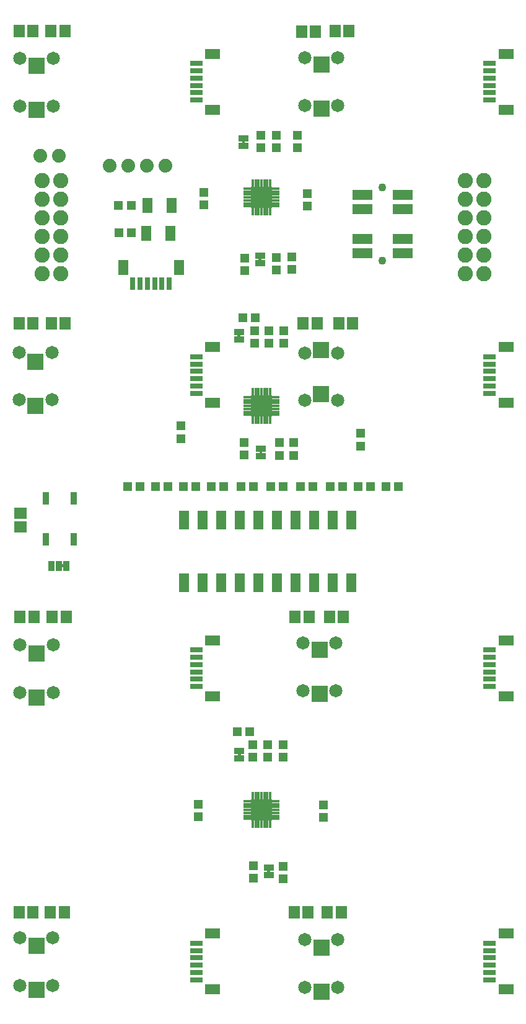
<source format=gts>
G04 EAGLE Gerber RS-274X export*
G75*
%MOMM*%
%FSLAX34Y34*%
%LPD*%
%INTop Soldermask*%
%IPPOS*%
%AMOC8*
5,1,8,0,0,1.08239X$1,22.5*%
G01*
%ADD10R,1.753200X0.803200*%
%ADD11R,2.003200X1.403200*%
%ADD12R,2.203200X2.203200*%
%ADD13R,1.503200X1.803200*%
%ADD14R,1.333200X2.643200*%
%ADD15R,1.053200X0.403200*%
%ADD16R,0.403200X1.053200*%
%ADD17R,2.853200X2.853200*%
%ADD18R,1.203200X1.303200*%
%ADD19R,1.303200X1.203200*%
%ADD20R,0.965200X1.727200*%
%ADD21R,1.803200X1.503200*%
%ADD22R,1.473200X0.838200*%
%ADD23R,1.473200X2.108200*%
%ADD24C,1.879600*%
%ADD25R,2.703200X1.403200*%
%ADD26C,1.103200*%
%ADD27R,0.838200X1.473200*%
%ADD28C,1.812800*%
%ADD29R,0.803200X1.753200*%
%ADD30R,1.403200X2.003200*%
%ADD31C,2.082800*%

G36*
X337377Y1274330D02*
X337377Y1274330D01*
X337443Y1274332D01*
X337486Y1274350D01*
X337533Y1274358D01*
X337590Y1274392D01*
X337650Y1274417D01*
X337685Y1274448D01*
X337726Y1274473D01*
X337768Y1274524D01*
X337816Y1274568D01*
X337838Y1274610D01*
X337867Y1274647D01*
X337888Y1274709D01*
X337919Y1274768D01*
X337927Y1274822D01*
X337939Y1274859D01*
X337938Y1274899D01*
X337946Y1274953D01*
X337946Y1278763D01*
X337935Y1278828D01*
X337933Y1278894D01*
X337915Y1278937D01*
X337907Y1278984D01*
X337873Y1279041D01*
X337848Y1279101D01*
X337817Y1279136D01*
X337792Y1279177D01*
X337741Y1279219D01*
X337697Y1279267D01*
X337655Y1279289D01*
X337618Y1279318D01*
X337556Y1279339D01*
X337497Y1279370D01*
X337443Y1279378D01*
X337406Y1279390D01*
X337366Y1279389D01*
X337312Y1279397D01*
X334772Y1279397D01*
X334707Y1279386D01*
X334641Y1279384D01*
X334598Y1279366D01*
X334551Y1279358D01*
X334494Y1279324D01*
X334434Y1279299D01*
X334399Y1279268D01*
X334358Y1279243D01*
X334317Y1279192D01*
X334268Y1279148D01*
X334246Y1279106D01*
X334217Y1279069D01*
X334196Y1279007D01*
X334165Y1278948D01*
X334157Y1278894D01*
X334145Y1278857D01*
X334145Y1278853D01*
X334145Y1278852D01*
X334146Y1278817D01*
X334138Y1278763D01*
X334138Y1274953D01*
X334149Y1274888D01*
X334151Y1274822D01*
X334169Y1274779D01*
X334177Y1274732D01*
X334211Y1274675D01*
X334236Y1274615D01*
X334267Y1274580D01*
X334292Y1274539D01*
X334343Y1274498D01*
X334387Y1274449D01*
X334429Y1274427D01*
X334466Y1274398D01*
X334528Y1274377D01*
X334587Y1274346D01*
X334641Y1274338D01*
X334678Y1274326D01*
X334718Y1274327D01*
X334772Y1274319D01*
X337312Y1274319D01*
X337377Y1274330D01*
G37*
G36*
X359983Y1114056D02*
X359983Y1114056D01*
X360049Y1114058D01*
X360092Y1114076D01*
X360139Y1114084D01*
X360196Y1114118D01*
X360256Y1114143D01*
X360291Y1114174D01*
X360332Y1114199D01*
X360374Y1114250D01*
X360422Y1114294D01*
X360444Y1114336D01*
X360473Y1114373D01*
X360494Y1114435D01*
X360525Y1114494D01*
X360533Y1114548D01*
X360545Y1114585D01*
X360544Y1114625D01*
X360552Y1114679D01*
X360552Y1118489D01*
X360541Y1118554D01*
X360539Y1118620D01*
X360521Y1118663D01*
X360513Y1118710D01*
X360479Y1118767D01*
X360454Y1118827D01*
X360423Y1118862D01*
X360398Y1118903D01*
X360347Y1118945D01*
X360303Y1118993D01*
X360261Y1119015D01*
X360224Y1119044D01*
X360162Y1119065D01*
X360103Y1119096D01*
X360049Y1119104D01*
X360012Y1119116D01*
X359972Y1119115D01*
X359918Y1119123D01*
X357378Y1119123D01*
X357313Y1119112D01*
X357247Y1119110D01*
X357204Y1119092D01*
X357157Y1119084D01*
X357100Y1119050D01*
X357040Y1119025D01*
X357005Y1118994D01*
X356964Y1118969D01*
X356923Y1118918D01*
X356874Y1118874D01*
X356852Y1118832D01*
X356823Y1118795D01*
X356802Y1118733D01*
X356771Y1118674D01*
X356763Y1118620D01*
X356751Y1118583D01*
X356751Y1118579D01*
X356751Y1118578D01*
X356752Y1118543D01*
X356744Y1118489D01*
X356744Y1114679D01*
X356755Y1114614D01*
X356757Y1114548D01*
X356775Y1114505D01*
X356783Y1114458D01*
X356817Y1114401D01*
X356842Y1114341D01*
X356873Y1114306D01*
X356898Y1114265D01*
X356949Y1114224D01*
X356993Y1114175D01*
X357035Y1114153D01*
X357072Y1114124D01*
X357134Y1114103D01*
X357193Y1114072D01*
X357247Y1114064D01*
X357284Y1114052D01*
X357324Y1114053D01*
X357378Y1114045D01*
X359918Y1114045D01*
X359983Y1114056D01*
G37*
G36*
X331281Y1010170D02*
X331281Y1010170D01*
X331347Y1010172D01*
X331390Y1010190D01*
X331437Y1010198D01*
X331494Y1010232D01*
X331554Y1010257D01*
X331589Y1010288D01*
X331630Y1010313D01*
X331672Y1010364D01*
X331720Y1010408D01*
X331742Y1010450D01*
X331771Y1010487D01*
X331792Y1010549D01*
X331823Y1010608D01*
X331831Y1010662D01*
X331843Y1010699D01*
X331842Y1010739D01*
X331850Y1010793D01*
X331850Y1014603D01*
X331839Y1014668D01*
X331837Y1014734D01*
X331819Y1014777D01*
X331811Y1014824D01*
X331777Y1014881D01*
X331752Y1014941D01*
X331721Y1014976D01*
X331696Y1015017D01*
X331645Y1015059D01*
X331601Y1015107D01*
X331559Y1015129D01*
X331522Y1015158D01*
X331460Y1015179D01*
X331401Y1015210D01*
X331347Y1015218D01*
X331310Y1015230D01*
X331270Y1015229D01*
X331216Y1015237D01*
X328676Y1015237D01*
X328611Y1015226D01*
X328545Y1015224D01*
X328502Y1015206D01*
X328455Y1015198D01*
X328398Y1015164D01*
X328338Y1015139D01*
X328303Y1015108D01*
X328262Y1015083D01*
X328221Y1015032D01*
X328172Y1014988D01*
X328150Y1014946D01*
X328121Y1014909D01*
X328100Y1014847D01*
X328069Y1014788D01*
X328061Y1014734D01*
X328049Y1014697D01*
X328049Y1014693D01*
X328049Y1014692D01*
X328050Y1014657D01*
X328042Y1014603D01*
X328042Y1010793D01*
X328053Y1010728D01*
X328055Y1010662D01*
X328073Y1010619D01*
X328081Y1010572D01*
X328115Y1010515D01*
X328140Y1010455D01*
X328171Y1010420D01*
X328196Y1010379D01*
X328247Y1010338D01*
X328291Y1010289D01*
X328333Y1010267D01*
X328370Y1010238D01*
X328432Y1010217D01*
X328491Y1010186D01*
X328545Y1010178D01*
X328582Y1010166D01*
X328622Y1010167D01*
X328676Y1010159D01*
X331216Y1010159D01*
X331281Y1010170D01*
G37*
G36*
X360999Y850658D02*
X360999Y850658D01*
X361065Y850660D01*
X361108Y850678D01*
X361155Y850686D01*
X361212Y850720D01*
X361272Y850745D01*
X361307Y850776D01*
X361348Y850801D01*
X361390Y850852D01*
X361438Y850896D01*
X361460Y850938D01*
X361489Y850975D01*
X361510Y851037D01*
X361541Y851096D01*
X361549Y851150D01*
X361561Y851187D01*
X361560Y851227D01*
X361568Y851281D01*
X361568Y855091D01*
X361557Y855156D01*
X361555Y855222D01*
X361537Y855265D01*
X361529Y855312D01*
X361495Y855369D01*
X361470Y855429D01*
X361439Y855464D01*
X361414Y855505D01*
X361363Y855547D01*
X361319Y855595D01*
X361277Y855617D01*
X361240Y855646D01*
X361178Y855667D01*
X361119Y855698D01*
X361065Y855706D01*
X361028Y855718D01*
X360988Y855717D01*
X360934Y855725D01*
X358394Y855725D01*
X358329Y855714D01*
X358263Y855712D01*
X358220Y855694D01*
X358173Y855686D01*
X358116Y855652D01*
X358056Y855627D01*
X358021Y855596D01*
X357980Y855571D01*
X357939Y855520D01*
X357890Y855476D01*
X357868Y855434D01*
X357839Y855397D01*
X357818Y855335D01*
X357787Y855276D01*
X357779Y855222D01*
X357767Y855185D01*
X357767Y855181D01*
X357767Y855180D01*
X357768Y855145D01*
X357760Y855091D01*
X357760Y851281D01*
X357771Y851216D01*
X357773Y851150D01*
X357791Y851107D01*
X357799Y851060D01*
X357833Y851003D01*
X357858Y850943D01*
X357889Y850908D01*
X357914Y850867D01*
X357965Y850826D01*
X358009Y850777D01*
X358051Y850755D01*
X358088Y850726D01*
X358150Y850705D01*
X358209Y850674D01*
X358263Y850666D01*
X358300Y850654D01*
X358340Y850655D01*
X358394Y850647D01*
X360934Y850647D01*
X360999Y850658D01*
G37*
G36*
X371921Y279158D02*
X371921Y279158D01*
X371987Y279160D01*
X372030Y279178D01*
X372077Y279186D01*
X372134Y279220D01*
X372194Y279245D01*
X372229Y279276D01*
X372270Y279301D01*
X372312Y279352D01*
X372360Y279396D01*
X372382Y279438D01*
X372411Y279475D01*
X372432Y279537D01*
X372463Y279596D01*
X372471Y279650D01*
X372483Y279687D01*
X372482Y279727D01*
X372490Y279781D01*
X372490Y283591D01*
X372479Y283656D01*
X372477Y283722D01*
X372459Y283765D01*
X372451Y283812D01*
X372417Y283869D01*
X372392Y283929D01*
X372361Y283964D01*
X372336Y284005D01*
X372285Y284047D01*
X372241Y284095D01*
X372199Y284117D01*
X372162Y284146D01*
X372100Y284167D01*
X372041Y284198D01*
X371987Y284206D01*
X371950Y284218D01*
X371910Y284217D01*
X371856Y284225D01*
X369316Y284225D01*
X369251Y284214D01*
X369185Y284212D01*
X369142Y284194D01*
X369095Y284186D01*
X369038Y284152D01*
X368978Y284127D01*
X368943Y284096D01*
X368902Y284071D01*
X368861Y284020D01*
X368812Y283976D01*
X368790Y283934D01*
X368761Y283897D01*
X368740Y283835D01*
X368709Y283776D01*
X368701Y283722D01*
X368689Y283685D01*
X368689Y283681D01*
X368689Y283680D01*
X368690Y283645D01*
X368682Y283591D01*
X368682Y279781D01*
X368693Y279716D01*
X368695Y279650D01*
X368713Y279607D01*
X368721Y279560D01*
X368755Y279503D01*
X368780Y279443D01*
X368811Y279408D01*
X368836Y279367D01*
X368887Y279326D01*
X368931Y279277D01*
X368973Y279255D01*
X369010Y279226D01*
X369072Y279205D01*
X369131Y279174D01*
X369185Y279166D01*
X369222Y279154D01*
X369262Y279155D01*
X369316Y279147D01*
X371856Y279147D01*
X371921Y279158D01*
G37*
G36*
X331789Y438670D02*
X331789Y438670D01*
X331855Y438672D01*
X331898Y438690D01*
X331945Y438698D01*
X332002Y438732D01*
X332062Y438757D01*
X332097Y438788D01*
X332138Y438813D01*
X332180Y438864D01*
X332228Y438908D01*
X332250Y438950D01*
X332279Y438987D01*
X332300Y439049D01*
X332331Y439108D01*
X332339Y439162D01*
X332351Y439199D01*
X332350Y439239D01*
X332358Y439293D01*
X332358Y443103D01*
X332347Y443168D01*
X332345Y443234D01*
X332327Y443277D01*
X332319Y443324D01*
X332285Y443381D01*
X332260Y443441D01*
X332229Y443476D01*
X332204Y443517D01*
X332153Y443559D01*
X332109Y443607D01*
X332067Y443629D01*
X332030Y443658D01*
X331968Y443679D01*
X331909Y443710D01*
X331855Y443718D01*
X331818Y443730D01*
X331778Y443729D01*
X331724Y443737D01*
X329184Y443737D01*
X329119Y443726D01*
X329053Y443724D01*
X329010Y443706D01*
X328963Y443698D01*
X328906Y443664D01*
X328846Y443639D01*
X328811Y443608D01*
X328770Y443583D01*
X328729Y443532D01*
X328680Y443488D01*
X328658Y443446D01*
X328629Y443409D01*
X328608Y443347D01*
X328577Y443288D01*
X328569Y443234D01*
X328557Y443197D01*
X328557Y443193D01*
X328557Y443192D01*
X328558Y443157D01*
X328550Y443103D01*
X328550Y439293D01*
X328561Y439228D01*
X328563Y439162D01*
X328581Y439119D01*
X328589Y439072D01*
X328623Y439015D01*
X328648Y438955D01*
X328679Y438920D01*
X328704Y438879D01*
X328755Y438838D01*
X328799Y438789D01*
X328841Y438767D01*
X328878Y438738D01*
X328940Y438717D01*
X328999Y438686D01*
X329053Y438678D01*
X329090Y438666D01*
X329130Y438667D01*
X329184Y438659D01*
X331724Y438659D01*
X331789Y438670D01*
G37*
G36*
X90616Y697115D02*
X90616Y697115D01*
X90682Y697117D01*
X90725Y697135D01*
X90772Y697143D01*
X90829Y697177D01*
X90889Y697202D01*
X90924Y697233D01*
X90965Y697258D01*
X91007Y697309D01*
X91055Y697353D01*
X91077Y697395D01*
X91106Y697432D01*
X91127Y697494D01*
X91158Y697553D01*
X91166Y697607D01*
X91178Y697644D01*
X91177Y697684D01*
X91185Y697738D01*
X91185Y700278D01*
X91174Y700343D01*
X91172Y700409D01*
X91154Y700452D01*
X91146Y700499D01*
X91112Y700556D01*
X91087Y700616D01*
X91056Y700651D01*
X91031Y700692D01*
X90980Y700734D01*
X90936Y700782D01*
X90894Y700804D01*
X90857Y700833D01*
X90795Y700854D01*
X90736Y700885D01*
X90682Y700893D01*
X90645Y700905D01*
X90605Y700904D01*
X90551Y700912D01*
X86741Y700912D01*
X86676Y700901D01*
X86610Y700899D01*
X86567Y700881D01*
X86520Y700873D01*
X86463Y700839D01*
X86403Y700814D01*
X86368Y700783D01*
X86327Y700758D01*
X86286Y700707D01*
X86237Y700663D01*
X86215Y700621D01*
X86186Y700584D01*
X86165Y700522D01*
X86134Y700463D01*
X86126Y700409D01*
X86114Y700372D01*
X86114Y700369D01*
X86115Y700332D01*
X86107Y700278D01*
X86107Y697738D01*
X86118Y697673D01*
X86120Y697607D01*
X86138Y697564D01*
X86146Y697517D01*
X86180Y697460D01*
X86205Y697400D01*
X86236Y697365D01*
X86261Y697324D01*
X86312Y697283D01*
X86356Y697234D01*
X86398Y697212D01*
X86435Y697183D01*
X86497Y697162D01*
X86556Y697131D01*
X86610Y697123D01*
X86647Y697111D01*
X86687Y697112D01*
X86741Y697104D01*
X90551Y697104D01*
X90616Y697115D01*
G37*
D10*
X672592Y134112D03*
X672592Y144112D03*
X672592Y154112D03*
X672592Y164112D03*
X672592Y174112D03*
X672592Y184112D03*
D11*
X694842Y121112D03*
X694842Y197112D03*
D10*
X271780Y134112D03*
X271780Y144112D03*
X271780Y154112D03*
X271780Y164112D03*
X271780Y174112D03*
X271780Y184112D03*
D11*
X294030Y121112D03*
X294030Y197112D03*
D10*
X672592Y534162D03*
X672592Y544162D03*
X672592Y554162D03*
X672592Y564162D03*
X672592Y574162D03*
X672592Y584162D03*
D11*
X694842Y521162D03*
X694842Y597162D03*
D10*
X271780Y534162D03*
X271780Y544162D03*
X271780Y554162D03*
X271780Y564162D03*
X271780Y574162D03*
X271780Y584162D03*
D11*
X294030Y521162D03*
X294030Y597162D03*
D10*
X672592Y934211D03*
X672592Y944211D03*
X672592Y954211D03*
X672592Y964211D03*
X672592Y974211D03*
X672592Y984211D03*
D11*
X694842Y921211D03*
X694842Y997211D03*
D12*
X442214Y933254D03*
X442214Y993254D03*
X52030Y917420D03*
X52030Y977420D03*
X442468Y1322380D03*
X442468Y1382380D03*
X53340Y1321280D03*
X53340Y1381280D03*
D13*
X424536Y226060D03*
X405536Y226060D03*
X48616Y226060D03*
X29616Y226060D03*
X425552Y629412D03*
X406552Y629412D03*
X30632Y629412D03*
X49632Y629412D03*
X436728Y1029716D03*
X417728Y1029716D03*
X48616Y1029716D03*
X29616Y1029716D03*
X480162Y1428496D03*
X461162Y1428496D03*
X48362Y1428496D03*
X29362Y1428496D03*
D12*
X442976Y118082D03*
X442976Y178082D03*
X53086Y120622D03*
X53086Y180622D03*
X439960Y524634D03*
X439960Y584634D03*
X52986Y519554D03*
X52986Y579554D03*
D14*
X254616Y675514D03*
X280016Y675514D03*
X305416Y675514D03*
X330816Y675514D03*
X356216Y675514D03*
X381616Y675514D03*
X407016Y675514D03*
X432416Y675514D03*
X457816Y675514D03*
X483216Y675514D03*
X483216Y761514D03*
X457816Y761514D03*
X432416Y761514D03*
X407016Y761514D03*
X381616Y761514D03*
X356216Y761514D03*
X330816Y761514D03*
X305416Y761514D03*
X280016Y761514D03*
X254616Y761514D03*
D15*
X340930Y377760D03*
X340930Y373760D03*
X340930Y369760D03*
X340930Y365760D03*
X340930Y361760D03*
X340930Y357760D03*
X340930Y353760D03*
D16*
X348680Y346010D03*
X352680Y346010D03*
X356680Y346010D03*
X360680Y346010D03*
X364680Y346010D03*
X368680Y346010D03*
X372680Y346010D03*
D15*
X380430Y353760D03*
X380430Y357760D03*
X380430Y361760D03*
X380430Y365760D03*
X380430Y369760D03*
X380430Y373760D03*
X380430Y377760D03*
D16*
X372680Y385510D03*
X368680Y385510D03*
X364680Y385510D03*
X360680Y385510D03*
X356680Y385510D03*
X352680Y385510D03*
X348680Y385510D03*
D17*
X360680Y365760D03*
D18*
X274394Y356722D03*
X274394Y373722D03*
X390660Y288696D03*
X390660Y271696D03*
X445622Y372516D03*
X445622Y355516D03*
X390540Y437642D03*
X390540Y454642D03*
X369540Y437642D03*
X369540Y454642D03*
X348540Y437642D03*
X348540Y454642D03*
X349480Y289946D03*
X349480Y272946D03*
D19*
X327556Y472184D03*
X344556Y472184D03*
D15*
X340930Y1213420D03*
X340930Y1209420D03*
X340930Y1205420D03*
X340930Y1201420D03*
X340930Y1197420D03*
X340930Y1193420D03*
X340930Y1189420D03*
D16*
X348680Y1181670D03*
X352680Y1181670D03*
X356680Y1181670D03*
X360680Y1181670D03*
X364680Y1181670D03*
X368680Y1181670D03*
X372680Y1181670D03*
D15*
X380430Y1189420D03*
X380430Y1193420D03*
X380430Y1197420D03*
X380430Y1201420D03*
X380430Y1205420D03*
X380430Y1209420D03*
X380430Y1213420D03*
D16*
X372680Y1221170D03*
X368680Y1221170D03*
X364680Y1221170D03*
X360680Y1221170D03*
X356680Y1221170D03*
X352680Y1221170D03*
X348680Y1221170D03*
D17*
X360680Y1201420D03*
D18*
X401786Y1119954D03*
X401786Y1102954D03*
X281716Y1191394D03*
X281716Y1208394D03*
X423220Y1206314D03*
X423220Y1189314D03*
X409796Y1269216D03*
X409796Y1286216D03*
X381192Y1269216D03*
X381192Y1286216D03*
X360224Y1269216D03*
X360224Y1286216D03*
X338074Y1118988D03*
X338074Y1101988D03*
X380746Y1102750D03*
X380746Y1119750D03*
D20*
X104548Y791002D03*
X104548Y735122D03*
X66448Y791002D03*
X66448Y735122D03*
D21*
X31306Y751564D03*
X31306Y770564D03*
D22*
X358648Y1121664D03*
X358648Y1111504D03*
X336042Y1271778D03*
X336042Y1281938D03*
X330454Y436118D03*
X330454Y446278D03*
X370586Y286766D03*
X370586Y276606D03*
D15*
X340930Y928940D03*
X340930Y924940D03*
X340930Y920940D03*
X340930Y916940D03*
X340930Y912940D03*
X340930Y908940D03*
X340930Y904940D03*
D16*
X348680Y897190D03*
X352680Y897190D03*
X356680Y897190D03*
X360680Y897190D03*
X364680Y897190D03*
X368680Y897190D03*
X372680Y897190D03*
D15*
X380430Y904940D03*
X380430Y908940D03*
X380430Y912940D03*
X380430Y916940D03*
X380430Y920940D03*
X380430Y924940D03*
X380430Y928940D03*
D16*
X372680Y936690D03*
X368680Y936690D03*
X364680Y936690D03*
X360680Y936690D03*
X356680Y936690D03*
X352680Y936690D03*
X348680Y936690D03*
D17*
X360680Y916940D03*
D18*
X495808Y879466D03*
X495808Y862466D03*
X405130Y866766D03*
X405130Y849766D03*
X250952Y872626D03*
X250952Y889626D03*
X391160Y1002674D03*
X391160Y1019674D03*
X370586Y1002674D03*
X370586Y1019674D03*
X351282Y1002674D03*
X351282Y1019674D03*
X337312Y867274D03*
X337312Y850274D03*
X385318Y849766D03*
X385318Y866766D03*
D22*
X359664Y858266D03*
X359664Y848106D03*
X329946Y1007618D03*
X329946Y1017778D03*
D19*
X335416Y1037590D03*
X352416Y1037590D03*
D23*
X203200Y1152398D03*
X236220Y1152398D03*
D19*
X182744Y1152906D03*
X165744Y1152906D03*
D23*
X204978Y1190498D03*
X237998Y1190498D03*
D19*
X182490Y1190752D03*
X165490Y1190752D03*
X232528Y807212D03*
X215528Y807212D03*
X308728Y807212D03*
X291728Y807212D03*
X349368Y807212D03*
X332368Y807212D03*
X390008Y807212D03*
X373008Y807212D03*
X430648Y807212D03*
X413648Y807212D03*
X471288Y807212D03*
X454288Y807212D03*
X509388Y807212D03*
X492388Y807212D03*
X547488Y807212D03*
X530488Y807212D03*
X270628Y807212D03*
X253628Y807212D03*
X194428Y807212D03*
X177428Y807212D03*
D24*
X83820Y1258062D03*
X58420Y1258062D03*
X229616Y1244600D03*
X204216Y1244600D03*
X178816Y1244600D03*
X153416Y1244600D03*
D25*
X553534Y1125098D03*
X553534Y1145098D03*
X553534Y1185098D03*
X553534Y1205098D03*
X498534Y1125098D03*
X498534Y1145098D03*
X498534Y1185098D03*
X498534Y1205098D03*
D26*
X526034Y1115098D03*
X526034Y1215098D03*
D27*
X73406Y699008D03*
X83566Y699008D03*
X93726Y699008D03*
D28*
X465222Y188710D03*
X420222Y188710D03*
X465222Y123710D03*
X420222Y123710D03*
X75586Y191250D03*
X30586Y191250D03*
X75586Y126250D03*
X30586Y126250D03*
X462428Y593332D03*
X417428Y593332D03*
X462428Y528332D03*
X417428Y528332D03*
X75840Y591300D03*
X30840Y591300D03*
X75840Y526300D03*
X30840Y526300D03*
X464714Y989392D03*
X419714Y989392D03*
X464714Y924392D03*
X419714Y924392D03*
X74570Y990250D03*
X29570Y990250D03*
X74570Y925250D03*
X29570Y925250D03*
X464714Y1391654D03*
X419714Y1391654D03*
X464714Y1326654D03*
X419714Y1326654D03*
X75840Y1391400D03*
X30840Y1391400D03*
X75840Y1326400D03*
X30840Y1326400D03*
D13*
X450748Y226060D03*
X469748Y226060D03*
X72288Y226060D03*
X91288Y226060D03*
X453796Y629412D03*
X472796Y629412D03*
X74574Y629412D03*
X93574Y629412D03*
X466242Y1029716D03*
X485242Y1029716D03*
X73304Y1029716D03*
X92304Y1029716D03*
X415744Y1427480D03*
X434744Y1427480D03*
X73050Y1428496D03*
X92050Y1428496D03*
D10*
X672592Y1334262D03*
X672592Y1344262D03*
X672592Y1354262D03*
X672592Y1364262D03*
X672592Y1374262D03*
X672592Y1384262D03*
D11*
X694842Y1321262D03*
X694842Y1397262D03*
D10*
X271780Y934211D03*
X271780Y944211D03*
X271780Y954211D03*
X271780Y964211D03*
X271780Y974211D03*
X271780Y984211D03*
D11*
X294030Y921211D03*
X294030Y997211D03*
D10*
X271780Y1334262D03*
X271780Y1344262D03*
X271780Y1354262D03*
X271780Y1364262D03*
X271780Y1374262D03*
X271780Y1384262D03*
D11*
X294030Y1321262D03*
X294030Y1397262D03*
D29*
X234696Y1083564D03*
X224696Y1083564D03*
X214696Y1083564D03*
X204696Y1083564D03*
X194696Y1083564D03*
X184696Y1083564D03*
D30*
X247696Y1105814D03*
X171696Y1105814D03*
D31*
X86100Y1224000D03*
X60700Y1224000D03*
X86100Y1198600D03*
X60700Y1198600D03*
X86100Y1173200D03*
X60700Y1173200D03*
X86100Y1147800D03*
X60700Y1147800D03*
X86100Y1122400D03*
X60700Y1122400D03*
X86100Y1097000D03*
X60700Y1097000D03*
X665000Y1224000D03*
X639600Y1224000D03*
X665000Y1198600D03*
X639600Y1198600D03*
X665000Y1173200D03*
X639600Y1173200D03*
X665000Y1147800D03*
X639600Y1147800D03*
X665000Y1122400D03*
X639600Y1122400D03*
X665000Y1097000D03*
X639600Y1097000D03*
M02*

</source>
